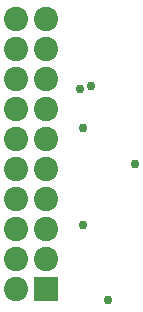
<source format=gbr>
G04*
G04 #@! TF.GenerationSoftware,Altium Limited,Altium Designer,24.10.1 (45)*
G04*
G04 Layer_Color=16711935*
%FSLAX44Y44*%
%MOMM*%
G71*
G04*
G04 #@! TF.SameCoordinates,6C15008D-1AD3-4549-9602-DC6CD9F93784*
G04*
G04*
G04 #@! TF.FilePolarity,Negative*
G04*
G01*
G75*
%ADD19C,2.0580*%
%ADD20R,2.0580X2.0580*%
%ADD21C,0.7580*%
D19*
X48768Y534162D02*
D03*
X23368D02*
D03*
Y559562D02*
D03*
X48768D02*
D03*
X23368Y584962D02*
D03*
X48768D02*
D03*
X23368Y610362D02*
D03*
X48768D02*
D03*
X23368Y381762D02*
D03*
Y407162D02*
D03*
X48768D02*
D03*
X23368Y432562D02*
D03*
X48768D02*
D03*
X23368Y457962D02*
D03*
X48768D02*
D03*
Y508762D02*
D03*
Y483362D02*
D03*
X23368D02*
D03*
Y508762D02*
D03*
D20*
X48768Y381762D02*
D03*
D21*
X80654Y518668D02*
D03*
X87404Y553908D02*
D03*
X101854Y372592D02*
D03*
X124456Y488188D02*
D03*
X78000Y551408D02*
D03*
X80518Y436118D02*
D03*
M02*

</source>
